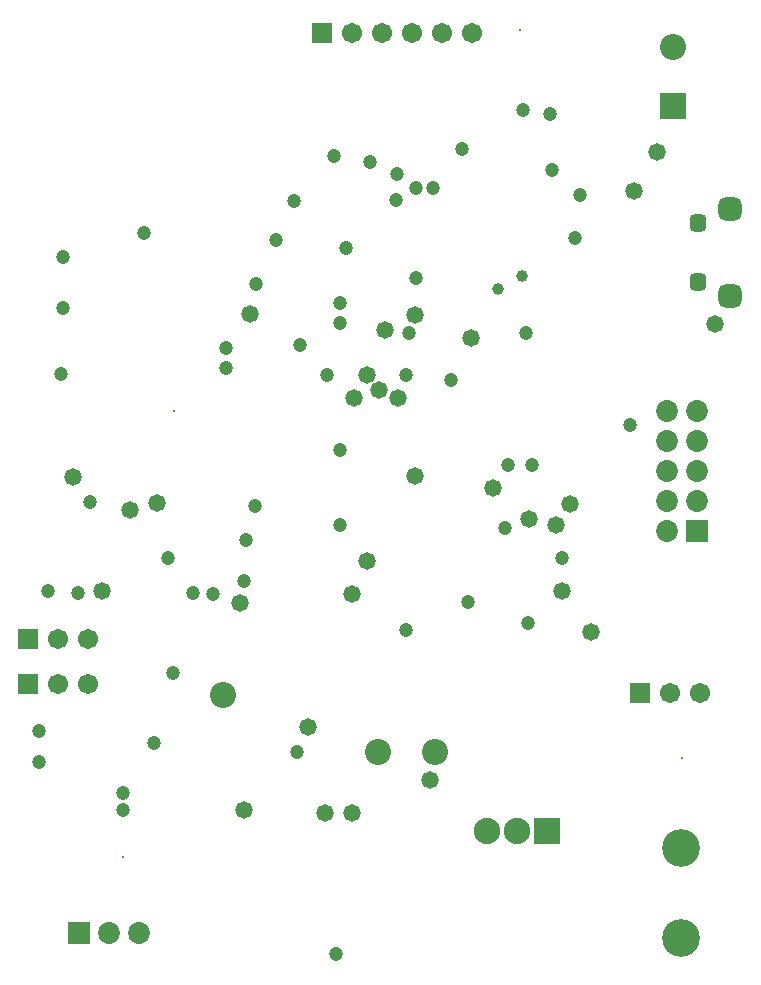
<source format=gbs>
G04*
G04 #@! TF.GenerationSoftware,Altium Limited,Altium Designer,23.11.1 (41)*
G04*
G04 Layer_Color=16711935*
%FSLAX25Y25*%
%MOIN*%
G70*
G04*
G04 #@! TF.SameCoordinates,5FF802D6-143A-4804-846E-93AAEE263E3C*
G04*
G04*
G04 #@! TF.FilePolarity,Negative*
G04*
G01*
G75*
%ADD89C,0.00800*%
%ADD90C,0.07296*%
%ADD91R,0.07296X0.07296*%
G04:AMPARAMS|DCode=92|XSize=57.21mil|YSize=55.24mil|CornerRadius=15.81mil|HoleSize=0mil|Usage=FLASHONLY|Rotation=90.000|XOffset=0mil|YOffset=0mil|HoleType=Round|Shape=RoundedRectangle|*
%AMROUNDEDRECTD92*
21,1,0.05721,0.02362,0,0,90.0*
21,1,0.02559,0.05524,0,0,90.0*
1,1,0.03162,0.01181,0.01280*
1,1,0.03162,0.01181,-0.01280*
1,1,0.03162,-0.01181,-0.01280*
1,1,0.03162,-0.01181,0.01280*
%
%ADD92ROUNDEDRECTD92*%
G04:AMPARAMS|DCode=93|XSize=76.77mil|YSize=76.77mil|CornerRadius=21.16mil|HoleSize=0mil|Usage=FLASHONLY|Rotation=90.000|XOffset=0mil|YOffset=0mil|HoleType=Round|Shape=RoundedRectangle|*
%AMROUNDEDRECTD93*
21,1,0.07677,0.03445,0,0,90.0*
21,1,0.03445,0.07677,0,0,90.0*
1,1,0.04232,0.01722,0.01722*
1,1,0.04232,0.01722,-0.01722*
1,1,0.04232,-0.01722,-0.01722*
1,1,0.04232,-0.01722,0.01722*
%
%ADD93ROUNDEDRECTD93*%
%ADD94C,0.08674*%
%ADD95R,0.08674X0.08674*%
%ADD96C,0.08800*%
%ADD97R,0.08800X0.08800*%
%ADD98C,0.06706*%
%ADD99R,0.06706X0.06706*%
%ADD100C,0.12611*%
%ADD101R,0.07300X0.07300*%
%ADD102C,0.07300*%
%ADD103C,0.04737*%
%ADD104C,0.05800*%
%ADD105C,0.03950*%
D89*
X174000Y322000D02*
D03*
X58500Y195000D02*
D03*
X41500Y46500D02*
D03*
X228000Y79500D02*
D03*
D90*
X223000Y195000D02*
D03*
X233000D02*
D03*
X223000Y185000D02*
D03*
X233000D02*
D03*
X223000Y165000D02*
D03*
X233000D02*
D03*
X223000Y155000D02*
D03*
X233000Y175000D02*
D03*
X223000D02*
D03*
D91*
X233000Y155000D02*
D03*
D92*
X233370Y238221D02*
D03*
Y257906D02*
D03*
D93*
X244000Y233496D02*
D03*
Y262630D02*
D03*
D94*
X224803Y316535D02*
D03*
X145685Y81315D02*
D03*
X126685D02*
D03*
X74803Y100394D02*
D03*
D95*
X224803Y296850D02*
D03*
D96*
X173000Y55000D02*
D03*
X163000D02*
D03*
D97*
X183000D02*
D03*
D98*
X148000Y321000D02*
D03*
X138000D02*
D03*
X128000D02*
D03*
X118000D02*
D03*
X158000D02*
D03*
X30000Y119000D02*
D03*
X20000D02*
D03*
X224000Y101000D02*
D03*
X234000D02*
D03*
X20000Y104000D02*
D03*
X30000D02*
D03*
D99*
X108000Y321000D02*
D03*
X10000Y119000D02*
D03*
X214000Y101000D02*
D03*
X10000Y104000D02*
D03*
D100*
X227500Y19500D02*
D03*
Y49500D02*
D03*
D101*
X27000Y21000D02*
D03*
D102*
X37000D02*
D03*
X47000D02*
D03*
D103*
X124000Y278000D02*
D03*
X169000Y156000D02*
D03*
X21000Y207500D02*
D03*
X85500Y163500D02*
D03*
X92500Y252000D02*
D03*
X139193Y269500D02*
D03*
X132500Y265500D02*
D03*
X116000Y249500D02*
D03*
X151000Y205500D02*
D03*
X136000Y207000D02*
D03*
X82500Y152000D02*
D03*
X82000Y138500D02*
D03*
X175000Y295500D02*
D03*
X184000Y294000D02*
D03*
X176500Y124500D02*
D03*
X114000Y182000D02*
D03*
X21500Y229500D02*
D03*
X65000Y134500D02*
D03*
X71500Y134000D02*
D03*
X176000Y221000D02*
D03*
X133000Y274000D02*
D03*
X184500Y275500D02*
D03*
X145000Y269500D02*
D03*
X86000Y237500D02*
D03*
X21500Y246500D02*
D03*
X100508Y216992D02*
D03*
X76000Y216000D02*
D03*
Y209500D02*
D03*
X48500Y254500D02*
D03*
X114000Y224500D02*
D03*
X13500Y78000D02*
D03*
X210500Y190500D02*
D03*
X56500Y146000D02*
D03*
X98500Y265000D02*
D03*
X109500Y207000D02*
D03*
X192171Y252829D02*
D03*
X194000Y267000D02*
D03*
X52000Y84500D02*
D03*
X41744Y62244D02*
D03*
X41756Y67756D02*
D03*
X13744Y88500D02*
D03*
X156500Y131500D02*
D03*
X170000Y177000D02*
D03*
X178000D02*
D03*
X139119Y239387D02*
D03*
X188000Y146000D02*
D03*
X136000Y122000D02*
D03*
X112524Y14000D02*
D03*
X99685Y81315D02*
D03*
X58106Y107894D02*
D03*
X114000Y231000D02*
D03*
Y157000D02*
D03*
X112000Y280000D02*
D03*
X154500Y282500D02*
D03*
X136811Y221189D02*
D03*
X30528Y164693D02*
D03*
X26500Y134500D02*
D03*
X16748Y135165D02*
D03*
D104*
X197500Y121500D02*
D03*
X165000Y169500D02*
D03*
X133392Y199392D02*
D03*
X190500Y164000D02*
D03*
X177000Y159000D02*
D03*
X84000Y227500D02*
D03*
X44000Y162000D02*
D03*
X80500Y131000D02*
D03*
X34500Y135272D02*
D03*
X157500Y219500D02*
D03*
X53000Y164500D02*
D03*
X118000Y134000D02*
D03*
X239000Y224000D02*
D03*
X188000Y135000D02*
D03*
X118500Y199500D02*
D03*
X139000Y173500D02*
D03*
X212000Y268500D02*
D03*
X219500Y281500D02*
D03*
X139000Y227000D02*
D03*
X129000Y222000D02*
D03*
X25000Y173000D02*
D03*
X103350Y89850D02*
D03*
X82000Y62000D02*
D03*
X109000Y61000D02*
D03*
X118000D02*
D03*
X123000Y207000D02*
D03*
X127000Y202000D02*
D03*
X186000Y157000D02*
D03*
X123000Y145000D02*
D03*
X144000Y72000D02*
D03*
D105*
X174500Y240000D02*
D03*
X166536Y235662D02*
D03*
M02*

</source>
